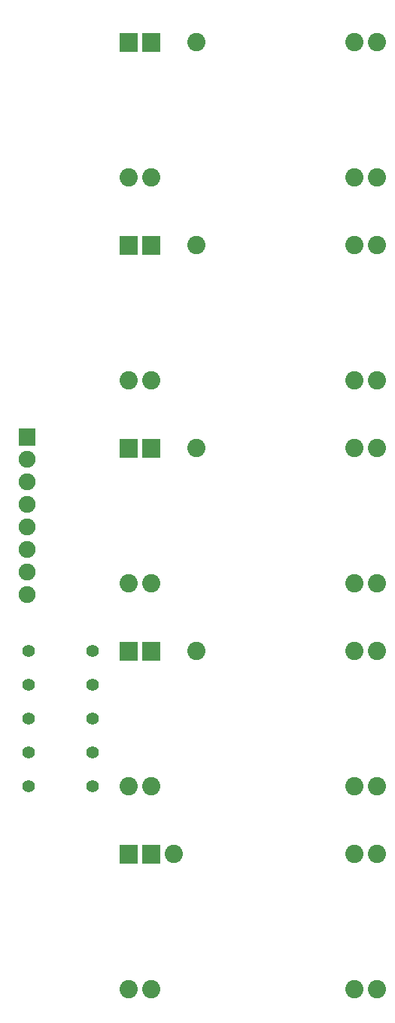
<source format=gbs>
G04 Layer: BottomSolderMaskLayer*
G04 EasyEDA v6.4.17, 2021-03-30T20:59:40--4:00*
G04 9c89494b3ddf4ec7811cb6ad7e81a00b,7d3a50bdc1ce4050a4f63d2f8b141863,10*
G04 Gerber Generator version 0.2*
G04 Scale: 100 percent, Rotated: No, Reflected: No *
G04 Dimensions in inches *
G04 leading zeros omitted , absolute positions ,3 integer and 6 decimal *
%FSLAX36Y36*%
%MOIN*%

%ADD20C,0.0552*%
%ADD22C,0.0807*%
%ADD24C,0.0749*%

%LPD*%
D20*
G01*
X-291729Y1000000D03*
G01*
X-8270Y1000000D03*
G01*
X-291729Y850000D03*
G01*
X-8270Y850000D03*
G01*
X-291729Y700000D03*
G01*
X-8270Y700000D03*
G01*
X-291729Y550000D03*
G01*
X-8270Y550000D03*
G01*
X-291729Y400000D03*
G01*
X-8270Y400000D03*
G36*
X109600Y959600D02*
G01*
X109600Y1040399D01*
X190399Y1040399D01*
X190399Y959600D01*
G37*
G36*
X209600Y959600D02*
G01*
X209600Y1040399D01*
X290399Y1040399D01*
X290399Y959600D01*
G37*
D22*
G01*
X450000Y1000000D03*
G01*
X1250000Y1000000D03*
G01*
X1150000Y1000000D03*
G01*
X1250000Y400000D03*
G01*
X1150000Y400000D03*
G01*
X250000Y400000D03*
G01*
X150000Y400000D03*
G36*
X109600Y1859600D02*
G01*
X109600Y1940399D01*
X190399Y1940399D01*
X190399Y1859600D01*
G37*
G36*
X209600Y1859600D02*
G01*
X209600Y1940399D01*
X290399Y1940399D01*
X290399Y1859600D01*
G37*
G01*
X450000Y1900000D03*
G01*
X1250000Y1900000D03*
G01*
X1150000Y1900000D03*
G01*
X1250000Y1300000D03*
G01*
X1150000Y1300000D03*
G01*
X250000Y1300000D03*
G01*
X150000Y1300000D03*
G36*
X109600Y2759600D02*
G01*
X109600Y2840399D01*
X190399Y2840399D01*
X190399Y2759600D01*
G37*
G36*
X209600Y2759600D02*
G01*
X209600Y2840399D01*
X290399Y2840399D01*
X290399Y2759600D01*
G37*
G01*
X450000Y2800000D03*
G01*
X1250000Y2800000D03*
G01*
X1150000Y2800000D03*
G01*
X1250000Y2200000D03*
G01*
X1150000Y2200000D03*
G01*
X250000Y2200000D03*
G01*
X150000Y2200000D03*
G36*
X109600Y3659600D02*
G01*
X109600Y3740399D01*
X190399Y3740399D01*
X190399Y3659600D01*
G37*
G36*
X209600Y3659600D02*
G01*
X209600Y3740399D01*
X290399Y3740399D01*
X290399Y3659600D01*
G37*
G01*
X450000Y3700000D03*
G01*
X1250000Y3700000D03*
G01*
X1150000Y3700000D03*
G01*
X1250000Y3100000D03*
G01*
X1150000Y3100000D03*
G01*
X250000Y3100000D03*
G01*
X150000Y3100000D03*
G36*
X-337500Y1912500D02*
G01*
X-337500Y1987500D01*
X-262500Y1987500D01*
X-262500Y1912500D01*
G37*
D24*
G01*
X-300000Y1850000D03*
G01*
X-300000Y1750000D03*
G01*
X-300000Y1650000D03*
G01*
X-300000Y1550000D03*
G01*
X-300000Y1450000D03*
G01*
X-300000Y1350000D03*
G01*
X-300000Y1250000D03*
G36*
X109600Y59600D02*
G01*
X109600Y140399D01*
X190399Y140399D01*
X190399Y59600D01*
G37*
G36*
X209600Y59600D02*
G01*
X209600Y140399D01*
X290399Y140399D01*
X290399Y59600D01*
G37*
D22*
G01*
X350000Y100000D03*
G01*
X1250000Y100000D03*
G01*
X1150000Y100000D03*
G01*
X1250000Y-500000D03*
G01*
X1150000Y-500000D03*
G01*
X250000Y-500000D03*
G01*
X150000Y-500000D03*
M02*

</source>
